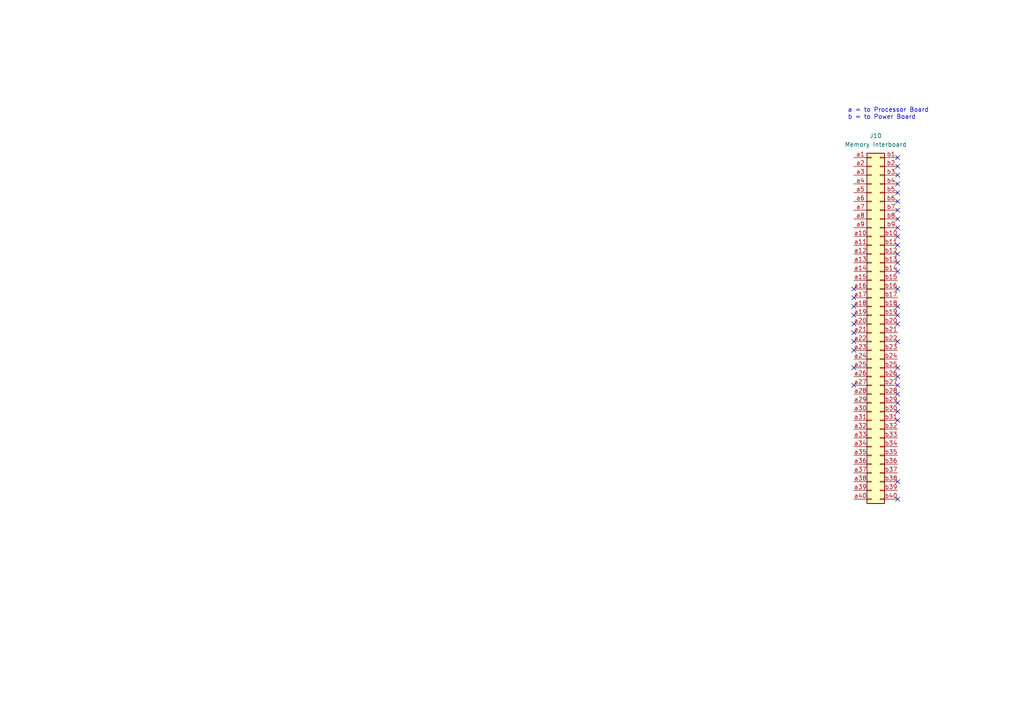
<source format=kicad_sch>
(kicad_sch (version 20250114) (generator "eeschema") (generator_version "9.0")
  (paper "A4")
  (lib_symbols
    (symbol "Connector_Generic:Conn_02x40_Row_Letter_First" (pin_names (offset 1.016) (hide yes))
      (property "Reference" "J" (at 1.27 50.8 0))
      (property "Value" "Conn_02x40_Row_Letter_First" (at 1.27 -53.34 0))
      (symbol "Conn_02x40_Row_Letter_First_1_1"
        (rectangle (start -1.27 49.53) (end 3.81 -52.07) (stroke (width 0.254)) (fill (type background)))
        (rectangle (start -1.27 48.387) (end 0 48.133) (stroke (width 0.1524)))
        (rectangle (start -1.27 45.847) (end 0 45.593) (stroke (width 0.1524)))
        (rectangle (start -1.27 43.307) (end 0 43.053) (stroke (width 0.1524)))
        (rectangle (start -1.27 40.767) (end 0 40.513) (stroke (width 0.1524)))
        (rectangle (start -1.27 38.227) (end 0 37.973) (stroke (width 0.1524)))
        (rectangle (start -1.27 35.687) (end 0 35.433) (stroke (width 0.1524)))
        (rectangle (start -1.27 33.147) (end 0 32.893) (stroke (width 0.1524)))
        (rectangle (start -1.27 30.607) (end 0 30.353) (stroke (width 0.1524)))
        (rectangle (start -1.27 28.067) (end 0 27.813) (stroke (width 0.1524)))
        (rectangle (start -1.27 25.527) (end 0 25.273) (stroke (width 0.1524)))
        (rectangle (start -1.27 22.987) (end 0 22.733) (stroke (width 0.1524)))
        (rectangle (start -1.27 20.447) (end 0 20.193) (stroke (width 0.1524)))
        (rectangle (start -1.27 17.907) (end 0 17.653) (stroke (width 0.1524)))
        (rectangle (start -1.27 15.367) (end 0 15.113) (stroke (width 0.1524)))
        (rectangle (start -1.27 12.827) (end 0 12.573) (stroke (width 0.1524)))
        (rectangle (start -1.27 10.287) (end 0 10.033) (stroke (width 0.1524)))
        (rectangle (start -1.27 7.747) (end 0 7.493) (stroke (width 0.1524)))
        (rectangle (start -1.27 5.207) (end 0 4.953) (stroke (width 0.1524)))
        (rectangle (start -1.27 2.667) (end 0 2.413) (stroke (width 0.1524)))
        (rectangle (start -1.27 0.127) (end 0 -0.127) (stroke (width 0.1524)))
        (rectangle (start -1.27 -2.413) (end 0 -2.667) (stroke (width 0.1524)))
        (rectangle (start -1.27 -4.953) (end 0 -5.207) (stroke (width 0.1524)))
        (rectangle (start -1.27 -7.493) (end 0 -7.747) (stroke (width 0.1524)))
        (rectangle (start -1.27 -10.033) (end 0 -10.287) (stroke (width 0.1524)))
        (rectangle (start -1.27 -12.573) (end 0 -12.827) (stroke (width 0.1524)))
        (rectangle (start -1.27 -15.113) (end 0 -15.367) (stroke (width 0.1524)))
        (rectangle (start -1.27 -17.653) (end 0 -17.907) (stroke (width 0.1524)))
        (rectangle (start -1.27 -20.193) (end 0 -20.447) (stroke (width 0.1524)))
        (rectangle (start -1.27 -22.733) (end 0 -22.987) (stroke (width 0.1524)))
        (rectangle (start -1.27 -25.273) (end 0 -25.527) (stroke (width 0.1524)))
        (rectangle (start -1.27 -27.813) (end 0 -28.067) (stroke (width 0.1524)))
        (rectangle (start -1.27 -30.353) (end 0 -30.607) (stroke (width 0.1524)))
        (rectangle (start -1.27 -32.893) (end 0 -33.147) (stroke (width 0.1524)))
        (rectangle (start -1.27 -35.433) (end 0 -35.687) (stroke (width 0.1524)))
        (rectangle (start -1.27 -37.973) (end 0 -38.227) (stroke (width 0.1524)))
        (rectangle (start -1.27 -40.513) (end 0 -40.767) (stroke (width 0.1524)))
        (rectangle (start -1.27 -43.053) (end 0 -43.307) (stroke (width 0.1524)))
        (rectangle (start -1.27 -45.593) (end 0 -45.847) (stroke (width 0.1524)))
        (rectangle (start -1.27 -48.133) (end 0 -48.387) (stroke (width 0.1524)))
        (rectangle (start -1.27 -50.673) (end 0 -50.927) (stroke (width 0.1524)))
        (rectangle (start 3.81 48.387) (end 2.54 48.133) (stroke (width 0.1524)))
        (rectangle (start 3.81 45.847) (end 2.54 45.593) (stroke (width 0.1524)))
        (rectangle (start 3.81 43.307) (end 2.54 43.053) (stroke (width 0.1524)))
        (rectangle (start 3.81 40.767) (end 2.54 40.513) (stroke (width 0.1524)))
        (rectangle (start 3.81 38.227) (end 2.54 37.973) (stroke (width 0.1524)))
        (rectangle (start 3.81 35.687) (end 2.54 35.433) (stroke (width 0.1524)))
        (rectangle (start 3.81 33.147) (end 2.54 32.893) (stroke (width 0.1524)))
        (rectangle (start 3.81 30.607) (end 2.54 30.353) (stroke (width 0.1524)))
        (rectangle (start 3.81 28.067) (end 2.54 27.813) (stroke (width 0.1524)))
        (rectangle (start 3.81 25.527) (end 2.54 25.273) (stroke (width 0.1524)))
        (rectangle (start 3.81 22.987) (end 2.54 22.733) (stroke (width 0.1524)))
        (rectangle (start 3.81 20.447) (end 2.54 20.193) (stroke (width 0.1524)))
        (rectangle (start 3.81 17.907) (end 2.54 17.653) (stroke (width 0.1524)))
        (rectangle (start 3.81 15.367) (end 2.54 15.113) (stroke (width 0.1524)))
        (rectangle (start 3.81 12.827) (end 2.54 12.573) (stroke (width 0.1524)))
        (rectangle (start 3.81 10.287) (end 2.54 10.033) (stroke (width 0.1524)))
        (rectangle (start 3.81 7.747) (end 2.54 7.493) (stroke (width 0.1524)))
        (rectangle (start 3.81 5.207) (end 2.54 4.953) (stroke (width 0.1524)))
        (rectangle (start 3.81 2.667) (end 2.54 2.413) (stroke (width 0.1524)))
        (rectangle (start 3.81 0.127) (end 2.54 -0.127) (stroke (width 0.1524)))
        (rectangle (start 3.81 -2.413) (end 2.54 -2.667) (stroke (width 0.1524)))
        (rectangle (start 3.81 -4.953) (end 2.54 -5.207) (stroke (width 0.1524)))
        (rectangle (start 3.81 -7.493) (end 2.54 -7.747) (stroke (width 0.1524)))
        (rectangle (start 3.81 -10.033) (end 2.54 -10.287) (stroke (width 0.1524)))
        (rectangle (start 3.81 -12.573) (end 2.54 -12.827) (stroke (width 0.1524)))
        (rectangle (start 3.81 -15.113) (end 2.54 -15.367) (stroke (width 0.1524)))
        (rectangle (start 3.81 -17.653) (end 2.54 -17.907) (stroke (width 0.1524)))
        (rectangle (start 3.81 -20.193) (end 2.54 -20.447) (stroke (width 0.1524)))
        (rectangle (start 3.81 -22.733) (end 2.54 -22.987) (stroke (width 0.1524)))
        (rectangle (start 3.81 -25.273) (end 2.54 -25.527) (stroke (width 0.1524)))
        (rectangle (start 3.81 -27.813) (end 2.54 -28.067) (stroke (width 0.1524)))
        (rectangle (start 3.81 -30.353) (end 2.54 -30.607) (stroke (width 0.1524)))
        (rectangle (start 3.81 -32.893) (end 2.54 -33.147) (stroke (width 0.1524)))
        (rectangle (start 3.81 -35.433) (end 2.54 -35.687) (stroke (width 0.1524)))
        (rectangle (start 3.81 -37.973) (end 2.54 -38.227) (stroke (width 0.1524)))
        (rectangle (start 3.81 -40.513) (end 2.54 -40.767) (stroke (width 0.1524)))
        (rectangle (start 3.81 -43.053) (end 2.54 -43.307) (stroke (width 0.1524)))
        (rectangle (start 3.81 -45.593) (end 2.54 -45.847) (stroke (width 0.1524)))
        (rectangle (start 3.81 -48.133) (end 2.54 -48.387) (stroke (width 0.1524)))
        (rectangle (start 3.81 -50.673) (end 2.54 -50.927) (stroke (width 0.1524)))
        (pin passive line (at -5.08 48.26 0) (length 3.81) (name "Pin_a1") (number "a1"))
        (pin passive line (at -5.08 45.72 0) (length 3.81) (name "Pin_a2") (number "a2"))
        (pin passive line (at -5.08 43.18 0) (length 3.81) (name "Pin_a3") (number "a3"))
        (pin passive line (at -5.08 40.64 0) (length 3.81) (name "Pin_a4") (number "a4"))
        (pin passive line (at -5.08 38.1 0) (length 3.81) (name "Pin_a5") (number "a5"))
        (pin passive line (at -5.08 35.56 0) (length 3.81) (name "Pin_a6") (number "a6"))
        (pin passive line (at -5.08 33.02 0) (length 3.81) (name "Pin_a7") (number "a7"))
        (pin passive line (at -5.08 30.48 0) (length 3.81) (name "Pin_a8") (number "a8"))
        (pin passive line (at -5.08 27.94 0) (length 3.81) (name "Pin_a9") (number "a9"))
        (pin passive line (at -5.08 25.4 0) (length 3.81) (name "Pin_a10") (number "a10"))
        (pin passive line (at -5.08 22.86 0) (length 3.81) (name "Pin_a11") (number "a11"))
        (pin passive line (at -5.08 20.32 0) (length 3.81) (name "Pin_a12") (number "a12"))
        (pin passive line (at -5.08 17.78 0) (length 3.81) (name "Pin_a13") (number "a13"))
        (pin passive line (at -5.08 15.24 0) (length 3.81) (name "Pin_a14") (number "a14"))
        (pin passive line (at -5.08 12.7 0) (length 3.81) (name "Pin_a15") (number "a15"))
        (pin passive line (at -5.08 10.16 0) (length 3.81) (name "Pin_a16") (number "a16"))
        (pin passive line (at -5.08 7.62 0) (length 3.81) (name "Pin_a17") (number "a17"))
        (pin passive line (at -5.08 5.08 0) (length 3.81) (name "Pin_a18") (number "a18"))
        (pin passive line (at -5.08 2.54 0) (length 3.81) (name "Pin_a19") (number "a19"))
        (pin passive line (at -5.08 0 0) (length 3.81) (name "Pin_a20") (number "a20"))
        (pin passive line (at -5.08 -2.54 0) (length 3.81) (name "Pin_a21") (number "a21"))
        (pin passive line (at -5.08 -5.08 0) (length 3.81) (name "Pin_a22") (number "a22"))
        (pin passive line (at -5.08 -7.62 0) (length 3.81) (name "Pin_a23") (number "a23"))
        (pin passive line (at -5.08 -10.16 0) (length 3.81) (name "Pin_a24") (number "a24"))
        (pin passive line (at -5.08 -12.7 0) (length 3.81) (name "Pin_a25") (number "a25"))
        (pin passive line (at -5.08 -15.24 0) (length 3.81) (name "Pin_a26") (number "a26"))
        (pin passive line (at -5.08 -17.78 0) (length 3.81) (name "Pin_a27") (number "a27"))
        (pin passive line (at -5.08 -20.32 0) (length 3.81) (name "Pin_a28") (number "a28"))
        (pin passive line (at -5.08 -22.86 0) (length 3.81) (name "Pin_a29") (number "a29"))
        (pin passive line (at -5.08 -25.4 0) (length 3.81) (name "Pin_a30") (number "a30"))
        (pin passive line (at -5.08 -27.94 0) (length 3.81) (name "Pin_a31") (number "a31"))
        (pin passive line (at -5.08 -30.48 0) (length 3.81) (name "Pin_a32") (number "a32"))
        (pin passive line (at -5.08 -33.02 0) (length 3.81) (name "Pin_a33") (number "a33"))
        (pin passive line (at -5.08 -35.56 0) (length 3.81) (name "Pin_a34") (number "a34"))
        (pin passive line (at -5.08 -38.1 0) (length 3.81) (name "Pin_a35") (number "a35"))
        (pin passive line (at -5.08 -40.64 0) (length 3.81) (name "Pin_a36") (number "a36"))
        (pin passive line (at -5.08 -43.18 0) (length 3.81) (name "Pin_a37") (number "a37"))
        (pin passive line (at -5.08 -45.72 0) (length 3.81) (name "Pin_a38") (number "a38"))
        (pin passive line (at -5.08 -48.26 0) (length 3.81) (name "Pin_a39") (number "a39"))
        (pin passive line (at -5.08 -50.8 0) (length 3.81) (name "Pin_a40") (number "a40"))
        (pin passive line (at 7.62 48.26 180) (length 3.81) (name "Pin_b1") (number "b1"))
        (pin passive line (at 7.62 45.72 180) (length 3.81) (name "Pin_b2") (number "b2"))
        (pin passive line (at 7.62 43.18 180) (length 3.81) (name "Pin_b3") (number "b3"))
        (pin passive line (at 7.62 40.64 180) (length 3.81) (name "Pin_b4") (number "b4"))
        (pin passive line (at 7.62 38.1 180) (length 3.81) (name "Pin_b5") (number "b5"))
        (pin passive line (at 7.62 35.56 180) (length 3.81) (name "Pin_b6") (number "b6"))
        (pin passive line (at 7.62 33.02 180) (length 3.81) (name "Pin_b7") (number "b7"))
        (pin passive line (at 7.62 30.48 180) (length 3.81) (name "Pin_b8") (number "b8"))
        (pin passive line (at 7.62 27.94 180) (length 3.81) (name "Pin_b9") (number "b9"))
        (pin passive line (at 7.62 25.4 180) (length 3.81) (name "Pin_b10") (number "b10"))
        (pin passive line (at 7.62 22.86 180) (length 3.81) (name "Pin_b11") (number "b11"))
        (pin passive line (at 7.62 20.32 180) (length 3.81) (name "Pin_b12") (number "b12"))
        (pin passive line (at 7.62 17.78 180) (length 3.81) (name "Pin_b13") (number "b13"))
        (pin passive line (at 7.62 15.24 180) (length 3.81) (name "Pin_b14") (number "b14"))
        (pin passive line (at 7.62 12.7 180) (length 3.81) (name "Pin_b15") (number "b15"))
        (pin passive line (at 7.62 10.16 180) (length 3.81) (name "Pin_b16") (number "b16"))
        (pin passive line (at 7.62 7.62 180) (length 3.81) (name "Pin_b17") (number "b17"))
        (pin passive line (at 7.62 5.08 180) (length 3.81) (name "Pin_b18") (number "b18"))
        (pin passive line (at 7.62 2.54 180) (length 3.81) (name "Pin_b19") (number "b19"))
        (pin passive line (at 7.62 0 180) (length 3.81) (name "Pin_b20") (number "b20"))
        (pin passive line (at 7.62 -2.54 180) (length 3.81) (name "Pin_b21") (number "b21"))
        (pin passive line (at 7.62 -5.08 180) (length 3.81) (name "Pin_b22") (number "b22"))
        (pin passive line (at 7.62 -7.62 180) (length 3.81) (name "Pin_b23") (number "b23"))
        (pin passive line (at 7.62 -10.16 180) (length 3.81) (name "Pin_b24") (number "b24"))
        (pin passive line (at 7.62 -12.7 180) (length 3.81) (name "Pin_b25") (number "b25"))
        (pin passive line (at 7.62 -15.24 180) (length 3.81) (name "Pin_b26") (number "b26"))
        (pin passive line (at 7.62 -17.78 180) (length 3.81) (name "Pin_b27") (number "b27"))
        (pin passive line (at 7.62 -20.32 180) (length 3.81) (name "Pin_b28") (number "b28"))
        (pin passive line (at 7.62 -22.86 180) (length 3.81) (name "Pin_b29") (number "b29"))
        (pin passive line (at 7.62 -25.4 180) (length 3.81) (name "Pin_b30") (number "b30"))
        (pin passive line (at 7.62 -27.94 180) (length 3.81) (name "Pin_b31") (number "b31"))
        (pin passive line (at 7.62 -30.48 180) (length 3.81) (name "Pin_b32") (number "b32"))
        (pin passive line (at 7.62 -33.02 180) (length 3.81) (name "Pin_b33") (number "b33"))
        (pin passive line (at 7.62 -35.56 180) (length 3.81) (name "Pin_b34") (number "b34"))
        (pin passive line (at 7.62 -38.1 180) (length 3.81) (name "Pin_b35") (number "b35"))
        (pin passive line (at 7.62 -40.64 180) (length 3.81) (name "Pin_b36") (number "b36"))
        (pin passive line (at 7.62 -43.18 180) (length 3.81) (name "Pin_b37") (number "b37"))
        (pin passive line (at 7.62 -45.72 180) (length 3.81) (name "Pin_b38") (number "b38"))
        (pin passive line (at 7.62 -48.26 180) (length 3.81) (name "Pin_b39") (number "b39"))
        (pin passive line (at 7.62 -50.8 180) (length 3.81) (name "Pin_b40") (number "b40"))
      )
    )
  )
  (text "a = to Processor Board\nb = to Power Board" (at 245.872 33.02 0) (effects (font (size 1.27 1.27)) (justify left)))
  (no_connect (at 260.35 60.96))
  (no_connect (at 260.35 93.98))
  (no_connect (at 260.35 119.38))
  (no_connect (at 260.35 48.26))
  (no_connect (at 260.35 121.92))
  (no_connect (at 247.65 111.76))
  (no_connect (at 260.35 83.82))
  (no_connect (at 260.35 144.78))
  (no_connect (at 260.35 91.44))
  (no_connect (at 260.35 58.42))
  (no_connect (at 260.35 88.9))
  (no_connect (at 247.65 101.6))
  (no_connect (at 260.35 55.88))
  (no_connect (at 247.65 88.9))
  (no_connect (at 260.35 45.72))
  (no_connect (at 260.35 68.58))
  (no_connect (at 247.65 93.98))
  (no_connect (at 247.65 91.44))
  (no_connect (at 260.35 63.5))
  (no_connect (at 247.65 106.68))
  (no_connect (at 260.35 78.74))
  (no_connect (at 260.35 76.2))
  (no_connect (at 260.35 99.06))
  (no_connect (at 260.35 66.04))
  (no_connect (at 260.35 50.8))
  (no_connect (at 247.65 86.36))
  (no_connect (at 260.35 53.34))
  (no_connect (at 260.35 71.12))
  (no_connect (at 260.35 111.76))
  (no_connect (at 260.35 139.7))
  (no_connect (at 260.35 73.66))
  (no_connect (at 247.65 96.52))
  (no_connect (at 247.65 83.82))
  (no_connect (at 260.35 116.84))
  (no_connect (at 260.35 114.3))
  (no_connect (at 260.35 109.22))
  (no_connect (at 247.65 99.06))
  (no_connect (at 260.35 106.68))
  (symbol (lib_id "Connector_Generic:Conn_02x40_Row_Letter_First") (at 252.73 93.98 0) (unit 1)
    (property "Reference" "J10" (at 254 39.37 0))
    (property "Value" "Memory Interboard" (at 254 41.91 0))
    (property "Description" "Generic connector, double row, 02x40, row letter first pin numbering scheme (pin number consists of a letter for the row and a number for the pin index in this row. a1, ..., aN; b1, ..., bN), script generated (kicad-library-utils/schlib/autogen/connector/)" (effects (hide yes)))
  )
)
</source>
